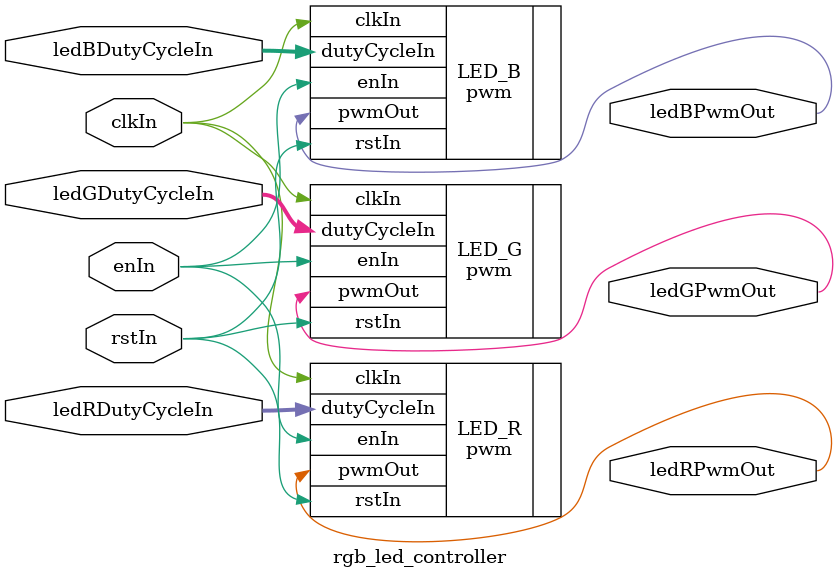
<source format=v>

module rgb_led_controller 
  # (
    parameter N = 8,
    parameter PERIOD_CLK_COUNT = 2000000)
  (
    input clkIn,
    input rstIn,
    input enIn,
    input [N-1:0] ledRDutyCycleIn,
    input [N-1:0] ledGDutyCycleIn,
    input [N-1:0] ledBDutyCycleIn,
    output ledRPwmOut,
    output ledGPwmOut,
    output ledBPwmOut);

    pwm #(.N(N), .PERIOD_CLK_COUNT(PERIOD_CLK_COUNT)) LED_R (
      .clkIn(clkIn),
      .rstIn(rstIn),
      .enIn(enIn),
      .dutyCycleIn(ledRDutyCycleIn),
      .pwmOut(ledRPwmOut));

    pwm #(.N(N), .PERIOD_CLK_COUNT(PERIOD_CLK_COUNT)) LED_G (
      .clkIn(clkIn),
      .rstIn(rstIn),
      .enIn(enIn),
      .dutyCycleIn(ledGDutyCycleIn),
      .pwmOut(ledGPwmOut));

    pwm #(.N(N), .PERIOD_CLK_COUNT(PERIOD_CLK_COUNT)) LED_B (
      .clkIn(clkIn),
      .rstIn(rstIn),
      .enIn(enIn),
      .dutyCycleIn(ledBDutyCycleIn),
      .pwmOut(ledBPwmOut));

endmodule
</source>
